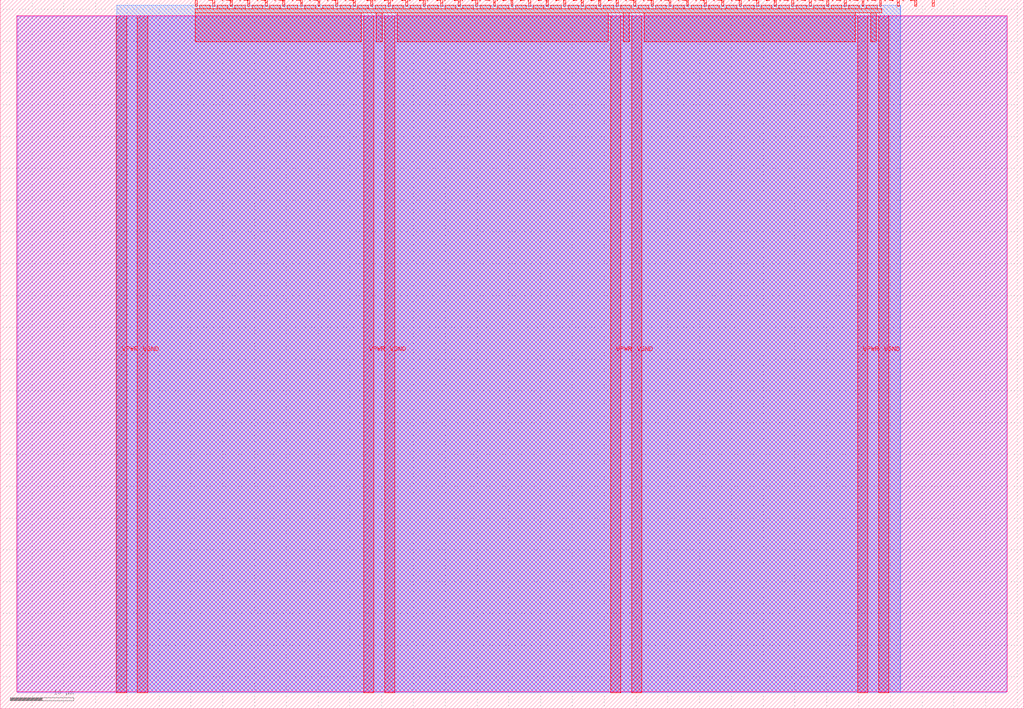
<source format=lef>
VERSION 5.7 ;
  NOWIREEXTENSIONATPIN ON ;
  DIVIDERCHAR "/" ;
  BUSBITCHARS "[]" ;
MACRO tt_um_wokwi_446364777751946241
  CLASS BLOCK ;
  FOREIGN tt_um_wokwi_446364777751946241 ;
  ORIGIN 0.000 0.000 ;
  SIZE 161.000 BY 111.520 ;
  PIN VGND
    DIRECTION INOUT ;
    USE GROUND ;
    PORT
      LAYER met4 ;
        RECT 21.580 2.480 23.180 109.040 ;
    END
    PORT
      LAYER met4 ;
        RECT 60.450 2.480 62.050 109.040 ;
    END
    PORT
      LAYER met4 ;
        RECT 99.320 2.480 100.920 109.040 ;
    END
    PORT
      LAYER met4 ;
        RECT 138.190 2.480 139.790 109.040 ;
    END
  END VGND
  PIN VPWR
    DIRECTION INOUT ;
    USE POWER ;
    PORT
      LAYER met4 ;
        RECT 18.280 2.480 19.880 109.040 ;
    END
    PORT
      LAYER met4 ;
        RECT 57.150 2.480 58.750 109.040 ;
    END
    PORT
      LAYER met4 ;
        RECT 96.020 2.480 97.620 109.040 ;
    END
    PORT
      LAYER met4 ;
        RECT 134.890 2.480 136.490 109.040 ;
    END
  END VPWR
  PIN clk
    DIRECTION INPUT ;
    USE SIGNAL ;
    PORT
      LAYER met4 ;
        RECT 143.830 110.520 144.130 111.520 ;
    END
  END clk
  PIN ena
    DIRECTION INPUT ;
    USE SIGNAL ;
    PORT
      LAYER met4 ;
        RECT 146.590 110.520 146.890 111.520 ;
    END
  END ena
  PIN rst_n
    DIRECTION INPUT ;
    USE SIGNAL ;
    PORT
      LAYER met4 ;
        RECT 141.070 110.520 141.370 111.520 ;
    END
  END rst_n
  PIN ui_in[0]
    DIRECTION INPUT ;
    USE SIGNAL ;
    ANTENNAGATEAREA 0.196500 ;
    PORT
      LAYER met4 ;
        RECT 138.310 110.520 138.610 111.520 ;
    END
  END ui_in[0]
  PIN ui_in[1]
    DIRECTION INPUT ;
    USE SIGNAL ;
    ANTENNAGATEAREA 0.196500 ;
    PORT
      LAYER met4 ;
        RECT 135.550 110.520 135.850 111.520 ;
    END
  END ui_in[1]
  PIN ui_in[2]
    DIRECTION INPUT ;
    USE SIGNAL ;
    ANTENNAGATEAREA 0.196500 ;
    PORT
      LAYER met4 ;
        RECT 132.790 110.520 133.090 111.520 ;
    END
  END ui_in[2]
  PIN ui_in[3]
    DIRECTION INPUT ;
    USE SIGNAL ;
    ANTENNAGATEAREA 0.196500 ;
    PORT
      LAYER met4 ;
        RECT 130.030 110.520 130.330 111.520 ;
    END
  END ui_in[3]
  PIN ui_in[4]
    DIRECTION INPUT ;
    USE SIGNAL ;
    ANTENNAGATEAREA 0.196500 ;
    PORT
      LAYER met4 ;
        RECT 127.270 110.520 127.570 111.520 ;
    END
  END ui_in[4]
  PIN ui_in[5]
    DIRECTION INPUT ;
    USE SIGNAL ;
    ANTENNAGATEAREA 0.196500 ;
    PORT
      LAYER met4 ;
        RECT 124.510 110.520 124.810 111.520 ;
    END
  END ui_in[5]
  PIN ui_in[6]
    DIRECTION INPUT ;
    USE SIGNAL ;
    ANTENNAGATEAREA 0.196500 ;
    PORT
      LAYER met4 ;
        RECT 121.750 110.520 122.050 111.520 ;
    END
  END ui_in[6]
  PIN ui_in[7]
    DIRECTION INPUT ;
    USE SIGNAL ;
    ANTENNAGATEAREA 0.196500 ;
    PORT
      LAYER met4 ;
        RECT 118.990 110.520 119.290 111.520 ;
    END
  END ui_in[7]
  PIN uio_in[0]
    DIRECTION INPUT ;
    USE SIGNAL ;
    PORT
      LAYER met4 ;
        RECT 116.230 110.520 116.530 111.520 ;
    END
  END uio_in[0]
  PIN uio_in[1]
    DIRECTION INPUT ;
    USE SIGNAL ;
    PORT
      LAYER met4 ;
        RECT 113.470 110.520 113.770 111.520 ;
    END
  END uio_in[1]
  PIN uio_in[2]
    DIRECTION INPUT ;
    USE SIGNAL ;
    PORT
      LAYER met4 ;
        RECT 110.710 110.520 111.010 111.520 ;
    END
  END uio_in[2]
  PIN uio_in[3]
    DIRECTION INPUT ;
    USE SIGNAL ;
    PORT
      LAYER met4 ;
        RECT 107.950 110.520 108.250 111.520 ;
    END
  END uio_in[3]
  PIN uio_in[4]
    DIRECTION INPUT ;
    USE SIGNAL ;
    PORT
      LAYER met4 ;
        RECT 105.190 110.520 105.490 111.520 ;
    END
  END uio_in[4]
  PIN uio_in[5]
    DIRECTION INPUT ;
    USE SIGNAL ;
    PORT
      LAYER met4 ;
        RECT 102.430 110.520 102.730 111.520 ;
    END
  END uio_in[5]
  PIN uio_in[6]
    DIRECTION INPUT ;
    USE SIGNAL ;
    PORT
      LAYER met4 ;
        RECT 99.670 110.520 99.970 111.520 ;
    END
  END uio_in[6]
  PIN uio_in[7]
    DIRECTION INPUT ;
    USE SIGNAL ;
    PORT
      LAYER met4 ;
        RECT 96.910 110.520 97.210 111.520 ;
    END
  END uio_in[7]
  PIN uio_oe[0]
    DIRECTION OUTPUT ;
    USE SIGNAL ;
    PORT
      LAYER met4 ;
        RECT 49.990 110.520 50.290 111.520 ;
    END
  END uio_oe[0]
  PIN uio_oe[1]
    DIRECTION OUTPUT ;
    USE SIGNAL ;
    PORT
      LAYER met4 ;
        RECT 47.230 110.520 47.530 111.520 ;
    END
  END uio_oe[1]
  PIN uio_oe[2]
    DIRECTION OUTPUT ;
    USE SIGNAL ;
    PORT
      LAYER met4 ;
        RECT 44.470 110.520 44.770 111.520 ;
    END
  END uio_oe[2]
  PIN uio_oe[3]
    DIRECTION OUTPUT ;
    USE SIGNAL ;
    PORT
      LAYER met4 ;
        RECT 41.710 110.520 42.010 111.520 ;
    END
  END uio_oe[3]
  PIN uio_oe[4]
    DIRECTION OUTPUT ;
    USE SIGNAL ;
    PORT
      LAYER met4 ;
        RECT 38.950 110.520 39.250 111.520 ;
    END
  END uio_oe[4]
  PIN uio_oe[5]
    DIRECTION OUTPUT ;
    USE SIGNAL ;
    PORT
      LAYER met4 ;
        RECT 36.190 110.520 36.490 111.520 ;
    END
  END uio_oe[5]
  PIN uio_oe[6]
    DIRECTION OUTPUT ;
    USE SIGNAL ;
    PORT
      LAYER met4 ;
        RECT 33.430 110.520 33.730 111.520 ;
    END
  END uio_oe[6]
  PIN uio_oe[7]
    DIRECTION OUTPUT ;
    USE SIGNAL ;
    PORT
      LAYER met4 ;
        RECT 30.670 110.520 30.970 111.520 ;
    END
  END uio_oe[7]
  PIN uio_out[0]
    DIRECTION OUTPUT ;
    USE SIGNAL ;
    PORT
      LAYER met4 ;
        RECT 72.070 110.520 72.370 111.520 ;
    END
  END uio_out[0]
  PIN uio_out[1]
    DIRECTION OUTPUT ;
    USE SIGNAL ;
    PORT
      LAYER met4 ;
        RECT 69.310 110.520 69.610 111.520 ;
    END
  END uio_out[1]
  PIN uio_out[2]
    DIRECTION OUTPUT ;
    USE SIGNAL ;
    PORT
      LAYER met4 ;
        RECT 66.550 110.520 66.850 111.520 ;
    END
  END uio_out[2]
  PIN uio_out[3]
    DIRECTION OUTPUT ;
    USE SIGNAL ;
    PORT
      LAYER met4 ;
        RECT 63.790 110.520 64.090 111.520 ;
    END
  END uio_out[3]
  PIN uio_out[4]
    DIRECTION OUTPUT ;
    USE SIGNAL ;
    PORT
      LAYER met4 ;
        RECT 61.030 110.520 61.330 111.520 ;
    END
  END uio_out[4]
  PIN uio_out[5]
    DIRECTION OUTPUT ;
    USE SIGNAL ;
    PORT
      LAYER met4 ;
        RECT 58.270 110.520 58.570 111.520 ;
    END
  END uio_out[5]
  PIN uio_out[6]
    DIRECTION OUTPUT ;
    USE SIGNAL ;
    PORT
      LAYER met4 ;
        RECT 55.510 110.520 55.810 111.520 ;
    END
  END uio_out[6]
  PIN uio_out[7]
    DIRECTION OUTPUT ;
    USE SIGNAL ;
    PORT
      LAYER met4 ;
        RECT 52.750 110.520 53.050 111.520 ;
    END
  END uio_out[7]
  PIN uo_out[0]
    DIRECTION OUTPUT ;
    USE SIGNAL ;
    ANTENNADIFFAREA 0.445500 ;
    PORT
      LAYER met4 ;
        RECT 94.150 110.520 94.450 111.520 ;
    END
  END uo_out[0]
  PIN uo_out[1]
    DIRECTION OUTPUT ;
    USE SIGNAL ;
    ANTENNADIFFAREA 0.445500 ;
    PORT
      LAYER met4 ;
        RECT 91.390 110.520 91.690 111.520 ;
    END
  END uo_out[1]
  PIN uo_out[2]
    DIRECTION OUTPUT ;
    USE SIGNAL ;
    PORT
      LAYER met4 ;
        RECT 88.630 110.520 88.930 111.520 ;
    END
  END uo_out[2]
  PIN uo_out[3]
    DIRECTION OUTPUT ;
    USE SIGNAL ;
    ANTENNADIFFAREA 0.445500 ;
    PORT
      LAYER met4 ;
        RECT 85.870 110.520 86.170 111.520 ;
    END
  END uo_out[3]
  PIN uo_out[4]
    DIRECTION OUTPUT ;
    USE SIGNAL ;
    ANTENNADIFFAREA 0.445500 ;
    PORT
      LAYER met4 ;
        RECT 83.110 110.520 83.410 111.520 ;
    END
  END uo_out[4]
  PIN uo_out[5]
    DIRECTION OUTPUT ;
    USE SIGNAL ;
    PORT
      LAYER met4 ;
        RECT 80.350 110.520 80.650 111.520 ;
    END
  END uo_out[5]
  PIN uo_out[6]
    DIRECTION OUTPUT ;
    USE SIGNAL ;
    ANTENNADIFFAREA 0.445500 ;
    PORT
      LAYER met4 ;
        RECT 77.590 110.520 77.890 111.520 ;
    END
  END uo_out[6]
  PIN uo_out[7]
    DIRECTION OUTPUT ;
    USE SIGNAL ;
    PORT
      LAYER met4 ;
        RECT 74.830 110.520 75.130 111.520 ;
    END
  END uo_out[7]
  OBS
      LAYER nwell ;
        RECT 2.570 2.635 158.430 108.990 ;
      LAYER li1 ;
        RECT 2.760 2.635 158.240 108.885 ;
      LAYER met1 ;
        RECT 2.760 2.480 158.240 109.040 ;
      LAYER met2 ;
        RECT 18.310 2.535 141.590 110.685 ;
      LAYER met3 ;
        RECT 18.290 2.555 141.615 110.665 ;
      LAYER met4 ;
        RECT 31.370 110.120 33.030 110.665 ;
        RECT 34.130 110.120 35.790 110.665 ;
        RECT 36.890 110.120 38.550 110.665 ;
        RECT 39.650 110.120 41.310 110.665 ;
        RECT 42.410 110.120 44.070 110.665 ;
        RECT 45.170 110.120 46.830 110.665 ;
        RECT 47.930 110.120 49.590 110.665 ;
        RECT 50.690 110.120 52.350 110.665 ;
        RECT 53.450 110.120 55.110 110.665 ;
        RECT 56.210 110.120 57.870 110.665 ;
        RECT 58.970 110.120 60.630 110.665 ;
        RECT 61.730 110.120 63.390 110.665 ;
        RECT 64.490 110.120 66.150 110.665 ;
        RECT 67.250 110.120 68.910 110.665 ;
        RECT 70.010 110.120 71.670 110.665 ;
        RECT 72.770 110.120 74.430 110.665 ;
        RECT 75.530 110.120 77.190 110.665 ;
        RECT 78.290 110.120 79.950 110.665 ;
        RECT 81.050 110.120 82.710 110.665 ;
        RECT 83.810 110.120 85.470 110.665 ;
        RECT 86.570 110.120 88.230 110.665 ;
        RECT 89.330 110.120 90.990 110.665 ;
        RECT 92.090 110.120 93.750 110.665 ;
        RECT 94.850 110.120 96.510 110.665 ;
        RECT 97.610 110.120 99.270 110.665 ;
        RECT 100.370 110.120 102.030 110.665 ;
        RECT 103.130 110.120 104.790 110.665 ;
        RECT 105.890 110.120 107.550 110.665 ;
        RECT 108.650 110.120 110.310 110.665 ;
        RECT 111.410 110.120 113.070 110.665 ;
        RECT 114.170 110.120 115.830 110.665 ;
        RECT 116.930 110.120 118.590 110.665 ;
        RECT 119.690 110.120 121.350 110.665 ;
        RECT 122.450 110.120 124.110 110.665 ;
        RECT 125.210 110.120 126.870 110.665 ;
        RECT 127.970 110.120 129.630 110.665 ;
        RECT 130.730 110.120 132.390 110.665 ;
        RECT 133.490 110.120 135.150 110.665 ;
        RECT 136.250 110.120 137.910 110.665 ;
        RECT 30.655 109.440 138.625 110.120 ;
        RECT 30.655 104.895 56.750 109.440 ;
        RECT 59.150 104.895 60.050 109.440 ;
        RECT 62.450 104.895 95.620 109.440 ;
        RECT 98.020 104.895 98.920 109.440 ;
        RECT 101.320 104.895 134.490 109.440 ;
        RECT 136.890 104.895 137.790 109.440 ;
  END
END tt_um_wokwi_446364777751946241
END LIBRARY


</source>
